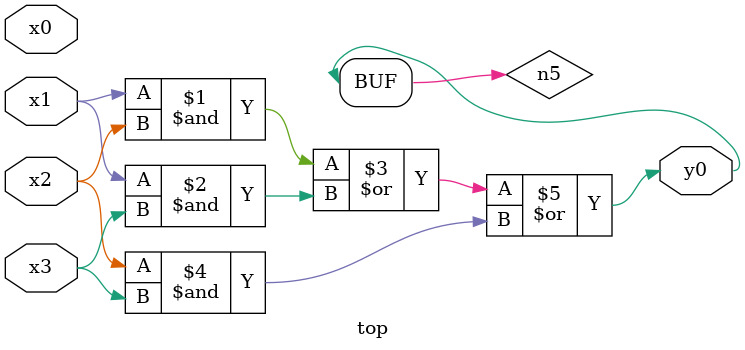
<source format=v>
module top( x0 , x1 , x2 , x3 , y0 );
  input x0 , x1 , x2 , x3 ;
  output y0 ;
  wire n5 ;
  assign n5 = ( x1 & x2 ) | ( x1 & x3 ) | ( x2 & x3 ) ;
  assign y0 = n5 ;
endmodule

</source>
